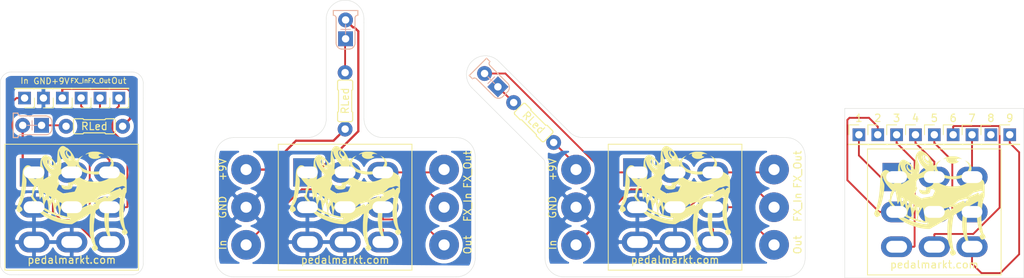
<source format=kicad_pcb>
(kicad_pcb (version 20171130) (host pcbnew "(5.1.5-0-10_14)")
  (layers (0 F.Cu signal) (31 B.Cu signal) (34 B.Paste user) (35 F.Paste user) (36 B.SilkS user) (37 F.SilkS user) (38 B.Mask user) (39 F.Mask user) (44 Edge.Cuts user))
  (net 0 "")
  (net 1 "Net-(D1-Pad2)")
  (net 2 "Net-(D1-Pad1)")
  (net 3 "Net-(H1-Pad1)")
  (net 4 "Net-(H2-Pad1)")
  (net 5 "Net-(H3-Pad1)")
  (net 6 "Net-(H4-Pad1)")
  (net 7 "Net-(H5-Pad1)")
  (net 8 "Net-(H6-Pad1)")
  (net 9 "Net-(D2-Pad2)")
  (net 10 "Net-(D2-Pad1)")
  (net 11 "Net-(H7-Pad1)")
  (net 12 "Net-(H8-Pad1)")
  (net 13 "Net-(H10-Pad1)")
  (net 14 "Net-(H11-Pad1)")
  (net 15 "Net-(H12-Pad1)")
  (net 16 "Net-(H13-Pad1)")
  (net 17 "Net-(H9-Pad1)")
  (net 18 "Net-(D3-Pad2)")
  (net 19 "Net-(D3-Pad1)")
  (net 20 "Net-(H14-Pad1)")
  (net 21 "Net-(H15-Pad1)")
  (net 22 "Net-(H16-Pad1)")
  (net 23 "Net-(H17-Pad1)")
  (net 24 "Net-(H18-Pad1)")
  (net 25 "Net-(H19-Pad1)")
  (net 26 "Net-(H20-Pad1)")
  (net 27 "Net-(H21-Pad1)")
  (net 28 "Net-(H22-Pad1)")
  (net 29 "Net-(H23-Pad1)")
  (net 30 "Net-(H24-Pad1)")
  (net 31 "Net-(H25-Pad1)")
  (net 32 "Net-(H26-Pad1)")
  (net 33 "Net-(H27-Pad1)")
  (module graphics:perry-18mm (layer F.Cu) (at 229.87 62.865)
    (fp_text reference G*** hide)
    (fp_text value LOGO hide)
  )
  (module pedal-component-footprint:3PDT.LUGS.FLPVSK (layer F.Cu) (at 230.505 64.135)
    (fp_text reference SW4 hide)
    (fp_text value SW_Push_3PDT hide)
    (fp_text user pedalmarkt.com (at 0 7.112) (layer F.SilkS))
    (pad 9 thru_hole oval (at 5.08 4.7 180) (size 4.2 2.8) (drill oval 2.8 1.6) (layers *.Cu *.Mask) (net 33 "Net-(H27-Pad1)"))
    (pad 8 thru_hole oval (at 5.08 0 180) (size 4.2 2.8) (drill oval 2.8 1.6) (layers *.Cu *.Mask) (net 27 "Net-(H21-Pad1)"))
    (pad 7 thru_hole oval (at 5.08 -4.7 180) (size 4.2 2.8) (drill oval 2.8 1.6) (layers *.Cu *.Mask) (net 32 "Net-(H26-Pad1)"))
    (pad 6 thru_hole oval (at 0 4.7 180) (size 4.2 2.8) (drill oval 2.8 1.6) (layers *.Cu *.Mask) (net 31 "Net-(H25-Pad1)"))
    (pad 5 thru_hole oval (at 0 0 180) (size 4.2 2.8) (drill oval 2.8 1.6) (layers *.Cu *.Mask) (net 26 "Net-(H20-Pad1)"))
    (pad 4 thru_hole oval (at 0 -4.7 180) (size 4.2 2.8) (drill oval 2.8 1.6) (layers *.Cu *.Mask) (net 30 "Net-(H24-Pad1)"))
    (pad 3 thru_hole oval (at -5.08 4.7 180) (size 4.2 2.8) (drill oval 2.8 1.6) (layers *.Cu *.Mask) (net 29 "Net-(H23-Pad1)"))
    (pad 2 thru_hole oval (at -5.08 0 180) (size 4.2 2.8) (drill oval 2.8 1.6) (layers *.Cu *.Mask) (net 25 "Net-(H19-Pad1)"))
    (pad 1 thru_hole rect (at -5.08 -4.7 180) (size 3.816 3.816) (drill oval 2.8 1.6) (layers *.Cu *.Mask) (net 28 "Net-(H22-Pad1)"))
  )
  (module pedal-component-footprint:3PDT.LUGS.FLPVSK (layer F.Cu) (at 195.58 63.5)
    (fp_text reference SW3 hide)
    (fp_text value SW_Push_3PDT hide)
    (fp_text user pedalmarkt.com (at 0 7.112) (layer F.SilkS))
    (pad 9 thru_hole oval (at 5.08 4.7 180) (size 4.2 2.8) (drill oval 2.8 1.6) (layers *.Cu *.Mask) (net 16 "Net-(H13-Pad1)"))
    (pad 8 thru_hole oval (at 5.08 0 180) (size 4.2 2.8) (drill oval 2.8 1.6) (layers *.Cu *.Mask) (net 20 "Net-(H14-Pad1)"))
    (pad 7 thru_hole oval (at 5.08 -4.7 180) (size 4.2 2.8) (drill oval 2.8 1.6) (layers *.Cu *.Mask) (net 24 "Net-(H18-Pad1)"))
    (pad 6 thru_hole oval (at 0 4.7 180) (size 4.2 2.8) (drill oval 2.8 1.6) (layers *.Cu *.Mask) (net 21 "Net-(H15-Pad1)"))
    (pad 5 thru_hole oval (at 0 0 180) (size 4.2 2.8) (drill oval 2.8 1.6) (layers *.Cu *.Mask) (net 23 "Net-(H17-Pad1)"))
    (pad 4 thru_hole oval (at 0 -4.7 180) (size 4.2 2.8) (drill oval 2.8 1.6) (layers *.Cu *.Mask) (net 16 "Net-(H13-Pad1)"))
    (pad 3 thru_hole oval (at -5.08 4.7 180) (size 4.2 2.8) (drill oval 2.8 1.6) (layers *.Cu *.Mask) (net 21 "Net-(H15-Pad1)"))
    (pad 2 thru_hole oval (at -5.08 0 180) (size 4.2 2.8) (drill oval 2.8 1.6) (layers *.Cu *.Mask) (net 21 "Net-(H15-Pad1)"))
    (pad 1 thru_hole rect (at -5.08 -4.7 180) (size 3.816 3.816) (drill oval 2.8 1.6) (layers *.Cu *.Mask) (net 19 "Net-(D3-Pad1)"))
  )
  (module graphics:perry-18mm (layer F.Cu) (at 195.58 62.23)
    (fp_text reference G*** hide)
    (fp_text value LOGO hide)
  )
  (module graphics:perry-18mm (layer F.Cu) (at 151.13 62.23)
    (fp_text reference G*** hide)
    (fp_text value LOGO hide)
  )
  (module graphics:perry-18mm (layer F.Cu) (at 114.3 62.23)
    (fp_text reference G*** hide)
    (fp_text value LOGO hide)
  )
  (module pedal-component-footprint:3PDT.LUGS.FLPVSK (layer F.Cu) (at 114.3 63.5)
    (fp_text reference SW1 hide)
    (fp_text value SW_Push_3PDT hide)
    (fp_text user pedalmarkt.com (at 0 7.112) (layer F.SilkS))
    (pad 9 thru_hole oval (at 5.08 4.7 180) (size 4.2 2.8) (drill oval 2.8 1.6) (layers *.Cu *.Mask) (net 3 "Net-(H1-Pad1)"))
    (pad 8 thru_hole oval (at 5.08 0 180) (size 4.2 2.8) (drill oval 2.8 1.6) (layers *.Cu *.Mask) (net 4 "Net-(H2-Pad1)"))
    (pad 7 thru_hole oval (at 5.08 -4.7 180) (size 4.2 2.8) (drill oval 2.8 1.6) (layers *.Cu *.Mask) (net 8 "Net-(H6-Pad1)"))
    (pad 6 thru_hole oval (at 0 4.7 180) (size 4.2 2.8) (drill oval 2.8 1.6) (layers *.Cu *.Mask) (net 5 "Net-(H3-Pad1)"))
    (pad 5 thru_hole oval (at 0 0 180) (size 4.2 2.8) (drill oval 2.8 1.6) (layers *.Cu *.Mask) (net 7 "Net-(H5-Pad1)"))
    (pad 4 thru_hole oval (at 0 -4.7 180) (size 4.2 2.8) (drill oval 2.8 1.6) (layers *.Cu *.Mask) (net 3 "Net-(H1-Pad1)"))
    (pad 3 thru_hole oval (at -5.08 4.7 180) (size 4.2 2.8) (drill oval 2.8 1.6) (layers *.Cu *.Mask) (net 5 "Net-(H3-Pad1)"))
    (pad 2 thru_hole oval (at -5.08 0 180) (size 4.2 2.8) (drill oval 2.8 1.6) (layers *.Cu *.Mask) (net 5 "Net-(H3-Pad1)"))
    (pad 1 thru_hole rect (at -5.08 -4.7 180) (size 3.816 3.816) (drill oval 2.8 1.6) (layers *.Cu *.Mask) (net 2 "Net-(D1-Pad1)"))
  )
  (module pedal-component-footprint:3PDT.LUGS.FLPVSK (layer F.Cu) (at 151.13 63.5)
    (fp_text reference SW2 hide)
    (fp_text value SW_Push_3PDT hide)
    (fp_text user pedalmarkt.com (at 0 7.112) (layer F.SilkS))
    (pad 9 thru_hole oval (at 5.08 4.7 180) (size 4.2 2.8) (drill oval 2.8 1.6) (layers *.Cu *.Mask) (net 11 "Net-(H7-Pad1)"))
    (pad 8 thru_hole oval (at 5.08 0 180) (size 4.2 2.8) (drill oval 2.8 1.6) (layers *.Cu *.Mask) (net 12 "Net-(H8-Pad1)"))
    (pad 7 thru_hole oval (at 5.08 -4.7 180) (size 4.2 2.8) (drill oval 2.8 1.6) (layers *.Cu *.Mask) (net 15 "Net-(H12-Pad1)"))
    (pad 6 thru_hole oval (at 0 4.7 180) (size 4.2 2.8) (drill oval 2.8 1.6) (layers *.Cu *.Mask) (net 17 "Net-(H9-Pad1)"))
    (pad 5 thru_hole oval (at 0 0 180) (size 4.2 2.8) (drill oval 2.8 1.6) (layers *.Cu *.Mask) (net 14 "Net-(H11-Pad1)"))
    (pad 4 thru_hole oval (at 0 -4.7 180) (size 4.2 2.8) (drill oval 2.8 1.6) (layers *.Cu *.Mask) (net 11 "Net-(H7-Pad1)"))
    (pad 3 thru_hole oval (at -5.08 4.7 180) (size 4.2 2.8) (drill oval 2.8 1.6) (layers *.Cu *.Mask) (net 17 "Net-(H9-Pad1)"))
    (pad 2 thru_hole oval (at -5.08 0 180) (size 4.2 2.8) (drill oval 2.8 1.6) (layers *.Cu *.Mask) (net 17 "Net-(H9-Pad1)"))
    (pad 1 thru_hole rect (at -5.08 -4.7 180) (size 3.816 3.816) (drill oval 2.8 1.6) (layers *.Cu *.Mask) (net 10 "Net-(D2-Pad1)"))
  )
  (module "MBv3 diodes:3MM_1" (layer F.Cu) (at 108.966 52.451 180)
    (fp_text reference D1 hide)
    (fp_text value LED hide)
    (pad 2 thru_hole rect (at -1.27 0 180) (size 2 2) (drill 1) (layers *.Cu *.Mask) (net 1 "Net-(D1-Pad2)"))
    (pad 1 thru_hole oval (at 1.27 0 180) (size 2 2) (drill 1) (layers *.Cu *.Mask) (net 2 "Net-(D1-Pad1)"))
  )
  (module "MBv3 resistors:0.3_22.B" (layer F.Cu) (at 117.348 52.578)
    (fp_text reference R1 hide)
    (fp_text value RLed (at 0 0) (layer F.SilkS))
    (pad 1 thru_hole oval (at -3.81 0) (size 2 2) (drill 1) (layers *.Cu *.Mask) (net 1 "Net-(D1-Pad2)"))
    (pad 2 thru_hole oval (at 3.81 0) (size 2 2) (drill 1) (layers *.Cu *.Mask) (net 6 "Net-(H4-Pad1)"))
  )
  (module Connector_PinHeader_2.54mm:PinHeader_1x01_P2.54mm_Vertical (layer F.Cu) (at 107.95 48.768 180)
    (fp_text reference H1 hide)
    (fp_text value In (at 0 2.33) (layer F.SilkS) (effects (font (size 0.8 0.8) (thickness 0.12))))
    (pad 1 thru_hole rect (at 0 0 180) (size 1.7 1.7) (drill 1) (layers *.Cu *.Mask) (net 3 "Net-(H1-Pad1)"))
  )
  (module Connector_PinHeader_2.54mm:PinHeader_1x01_P2.54mm_Vertical (layer F.Cu) (at 120.65 48.768 180)
    (fp_text reference H2 hide)
    (fp_text value Out (at 0 2.33) (layer F.SilkS) (effects (font (size 0.8 0.8) (thickness 0.12))))
    (pad 1 thru_hole rect (at 0 0 180) (size 1.7 1.7) (drill 1) (layers *.Cu *.Mask) (net 4 "Net-(H2-Pad1)"))
  )
  (module Connector_PinHeader_2.54mm:PinHeader_1x01_P2.54mm_Vertical (layer F.Cu) (at 110.49 48.768 180)
    (fp_text reference H3 hide)
    (fp_text value GND (at 0.127 2.286) (layer F.SilkS) (effects (font (size 0.8 0.8) (thickness 0.12))))
    (pad 1 thru_hole rect (at 0 0 180) (size 1.7 1.7) (drill 1) (layers *.Cu *.Mask) (net 5 "Net-(H3-Pad1)"))
  )
  (module Connector_PinHeader_2.54mm:PinHeader_1x01_P2.54mm_Vertical (layer F.Cu) (at 113.03 48.768 180)
    (fp_text reference H4 hide)
    (fp_text value +9V (at 0.254 2.286) (layer F.SilkS) (effects (font (size 0.8 0.8) (thickness 0.12))))
    (pad 1 thru_hole rect (at 0 0 180) (size 1.7 1.7) (drill 1) (layers *.Cu *.Mask) (net 6 "Net-(H4-Pad1)"))
  )
  (module Connector_PinHeader_2.54mm:PinHeader_1x01_P2.54mm_Vertical (layer F.Cu) (at 115.57 48.768 180)
    (fp_text reference H5 hide)
    (fp_text value FX_In (at 0.254 2.33) (layer F.SilkS) (effects (font (size 0.6 0.6) (thickness 0.12))))
    (pad 1 thru_hole rect (at 0 0 180) (size 1.7 1.7) (drill 1) (layers *.Cu *.Mask) (net 7 "Net-(H5-Pad1)"))
  )
  (module Connector_PinHeader_2.54mm:PinHeader_1x01_P2.54mm_Vertical (layer F.Cu) (at 118.11 48.768 180)
    (fp_text reference H6 hide)
    (fp_text value FX_Out (at 0.127 2.33) (layer F.SilkS) (effects (font (size 0.6 0.6) (thickness 0.12))))
    (pad 1 thru_hole rect (at 0 0 180) (size 1.7 1.7) (drill 1) (layers *.Cu *.Mask) (net 8 "Net-(H6-Pad1)"))
  )
  (module "MBv3 diodes:3MM_1" (layer F.Cu) (at 151.1935 39.497 90)
    (fp_text reference D2 hide)
    (fp_text value LED hide)
    (pad 2 thru_hole rect (at -1.27 0 90) (size 2 2) (drill 1) (layers *.Cu *.Mask) (net 9 "Net-(D2-Pad2)"))
    (pad 1 thru_hole oval (at 1.27 0 90) (size 2 2) (drill 1) (layers *.Cu *.Mask) (net 10 "Net-(D2-Pad1)"))
  )
  (module Connector_Wire:SolderWirePad_1x01_Drill1.5mm (layer F.Cu) (at 137.795 68.58 270)
    (fp_text reference H7 hide)
    (fp_text value In (at 0 3.175 90) (layer F.SilkS))
    (pad 1 thru_hole circle (at 0 0 270) (size 4.0005 4.0005) (drill 1.50114) (layers *.Cu *.Mask) (net 11 "Net-(H7-Pad1)"))
  )
  (module Connector_Wire:SolderWirePad_1x01_Drill1.5mm (layer F.Cu) (at 164.465 68.58 90)
    (fp_text reference H8 hide)
    (fp_text value Out (at 0 3.175 90) (layer F.SilkS))
    (pad 1 thru_hole circle (at 0 0 90) (size 4.0005 4.0005) (drill 1.50114) (layers *.Cu *.Mask) (net 12 "Net-(H8-Pad1)"))
  )
  (module Connector_Wire:SolderWirePad_1x01_Drill1.5mm (layer F.Cu) (at 137.795 63.5 270)
    (fp_text reference H9 hide)
    (fp_text value GND (at 0 3.175 90) (layer F.SilkS))
    (pad 1 thru_hole circle (at 0 0 270) (size 4.0005 4.0005) (drill 1.50114) (layers *.Cu *.Mask) (net 17 "Net-(H9-Pad1)"))
  )
  (module Connector_Wire:SolderWirePad_1x01_Drill1.5mm (layer F.Cu) (at 137.795 58.42 270)
    (fp_text reference H10 hide)
    (fp_text value +9V (at 0 3.175 90) (layer F.SilkS))
    (pad 1 thru_hole circle (at 0 0 270) (size 4.0005 4.0005) (drill 1.50114) (layers *.Cu *.Mask) (net 13 "Net-(H10-Pad1)"))
  )
  (module Connector_Wire:SolderWirePad_1x01_Drill1.5mm (layer F.Cu) (at 164.465 63.5 90)
    (fp_text reference H11 hide)
    (fp_text value FX_In (at 0 3.175 90) (layer F.SilkS))
    (pad 1 thru_hole circle (at 0 0 90) (size 4.0005 4.0005) (drill 1.50114) (layers *.Cu *.Mask) (net 14 "Net-(H11-Pad1)"))
  )
  (module Connector_Wire:SolderWirePad_1x01_Drill1.5mm (layer F.Cu) (at 164.465 58.42 90)
    (fp_text reference H12 hide)
    (fp_text value FX_Out (at 0 3.175 90) (layer F.SilkS))
    (pad 1 thru_hole circle (at 0 0 90) (size 4.0005 4.0005) (drill 1.50114) (layers *.Cu *.Mask) (net 15 "Net-(H12-Pad1)"))
  )
  (module "MBv3 resistors:0.3_22.B" (layer F.Cu) (at 151.13 49.149 270)
    (fp_text reference R2 hide)
    (fp_text value RLed (at 0 0 90) (layer F.SilkS))
    (pad 1 thru_hole oval (at -3.81 0 270) (size 2 2) (drill 1) (layers *.Cu *.Mask) (net 9 "Net-(D2-Pad2)"))
    (pad 2 thru_hole oval (at 3.81 0 270) (size 2 2) (drill 1) (layers *.Cu *.Mask) (net 13 "Net-(H10-Pad1)"))
  )
  (module "MBv3 diodes:3MM_1" (layer F.Cu) (at 170.815 46.355 135)
    (fp_text reference D3 hide)
    (fp_text value LED hide)
    (pad 2 thru_hole rect (at -1.27 0 135) (size 2 2) (drill 1) (layers *.Cu *.Mask) (net 18 "Net-(D3-Pad2)"))
    (pad 1 thru_hole oval (at 1.27 0 135) (size 2 2) (drill 1) (layers *.Cu *.Mask) (net 19 "Net-(D3-Pad1)"))
  )
  (module Connector_Wire:SolderWirePad_1x01_Drill1.5mm (layer F.Cu) (at 182.245 68.58 270)
    (fp_text reference H13 hide)
    (fp_text value In (at 0 3.175 90) (layer F.SilkS))
    (pad 1 thru_hole circle (at 0 0 270) (size 4.0005 4.0005) (drill 1.50114) (layers *.Cu *.Mask) (net 16 "Net-(H13-Pad1)"))
  )
  (module Connector_Wire:SolderWirePad_1x01_Drill1.5mm (layer F.Cu) (at 208.915 68.58 90)
    (fp_text reference H14 hide)
    (fp_text value Out (at 0 3.175 90) (layer F.SilkS))
    (pad 1 thru_hole circle (at 0 0 90) (size 4.0005 4.0005) (drill 1.50114) (layers *.Cu *.Mask) (net 20 "Net-(H14-Pad1)"))
  )
  (module Connector_Wire:SolderWirePad_1x01_Drill1.5mm (layer F.Cu) (at 182.245 63.5 270)
    (fp_text reference H15 hide)
    (fp_text value GND (at 0 3.175 90) (layer F.SilkS))
    (pad 1 thru_hole circle (at 0 0 270) (size 4.0005 4.0005) (drill 1.50114) (layers *.Cu *.Mask) (net 21 "Net-(H15-Pad1)"))
  )
  (module Connector_Wire:SolderWirePad_1x01_Drill1.5mm (layer F.Cu) (at 182.245 58.42 270)
    (fp_text reference H16 hide)
    (fp_text value +9V (at 0 3.175 90) (layer F.SilkS))
    (pad 1 thru_hole circle (at 0 0 270) (size 4.0005 4.0005) (drill 1.50114) (layers *.Cu *.Mask) (net 22 "Net-(H16-Pad1)"))
  )
  (module Connector_Wire:SolderWirePad_1x01_Drill1.5mm (layer F.Cu) (at 208.915 63.5 90)
    (fp_text reference H17 hide)
    (fp_text value FX_In (at 0 3.175 90) (layer F.SilkS))
    (pad 1 thru_hole circle (at 0 0 90) (size 4.0005 4.0005) (drill 1.50114) (layers *.Cu *.Mask) (net 23 "Net-(H17-Pad1)"))
  )
  (module Connector_Wire:SolderWirePad_1x01_Drill1.5mm (layer F.Cu) (at 208.915 58.42 90)
    (fp_text reference H18 hide)
    (fp_text value FX_Out (at 0 3.175 90) (layer F.SilkS))
    (pad 1 thru_hole circle (at 0 0 90) (size 4.0005 4.0005) (drill 1.50114) (layers *.Cu *.Mask) (net 24 "Net-(H18-Pad1)"))
  )
  (module Connector_PinHeader_2.54mm:PinHeader_1x01_P2.54mm_Vertical (layer F.Cu) (at 222.885 53.721)
    (fp_text reference H19 hide)
    (fp_text value 2 (at 0 -2.242) (layer F.SilkS))
    (pad 1 thru_hole rect (at 0 0) (size 1.7 1.7) (drill 1) (layers *.Cu *.Mask) (net 25 "Net-(H19-Pad1)"))
  )
  (module Connector_PinHeader_2.54mm:PinHeader_1x01_P2.54mm_Vertical (layer F.Cu) (at 230.505 53.721)
    (fp_text reference H20 hide)
    (fp_text value 5 (at 0 -2.242) (layer F.SilkS))
    (pad 1 thru_hole rect (at 0 0) (size 1.7 1.7) (drill 1) (layers *.Cu *.Mask) (net 26 "Net-(H20-Pad1)"))
  )
  (module Connector_PinHeader_2.54mm:PinHeader_1x01_P2.54mm_Vertical (layer F.Cu) (at 238.125 53.721)
    (fp_text reference H21 hide)
    (fp_text value 8 (at 0 -2.242) (layer F.SilkS))
    (pad 1 thru_hole rect (at 0 0) (size 1.7 1.7) (drill 1) (layers *.Cu *.Mask) (net 27 "Net-(H21-Pad1)"))
  )
  (module Connector_PinHeader_2.54mm:PinHeader_1x01_P2.54mm_Vertical (layer F.Cu) (at 220.345 53.721)
    (fp_text reference H22 hide)
    (fp_text value 1 (at 0 -2.242) (layer F.SilkS))
    (pad 1 thru_hole rect (at 0 0) (size 1.7 1.7) (drill 1) (layers *.Cu *.Mask) (net 28 "Net-(H22-Pad1)"))
  )
  (module Connector_PinHeader_2.54mm:PinHeader_1x01_P2.54mm_Vertical (layer F.Cu) (at 225.425 53.721)
    (fp_text reference H23 hide)
    (fp_text value 3 (at 0 -2.242) (layer F.SilkS))
    (pad 1 thru_hole rect (at 0 0) (size 1.7 1.7) (drill 1) (layers *.Cu *.Mask) (net 29 "Net-(H23-Pad1)"))
  )
  (module Connector_PinHeader_2.54mm:PinHeader_1x01_P2.54mm_Vertical (layer F.Cu) (at 227.965 53.721)
    (fp_text reference H24 hide)
    (fp_text value 4 (at 0 -2.242) (layer F.SilkS))
    (pad 1 thru_hole rect (at 0 0) (size 1.7 1.7) (drill 1) (layers *.Cu *.Mask) (net 30 "Net-(H24-Pad1)"))
  )
  (module Connector_PinHeader_2.54mm:PinHeader_1x01_P2.54mm_Vertical (layer F.Cu) (at 233.045 53.721)
    (fp_text reference H25 hide)
    (fp_text value 6 (at 0 -2.242) (layer F.SilkS))
    (pad 1 thru_hole rect (at 0 0) (size 1.7 1.7) (drill 1) (layers *.Cu *.Mask) (net 31 "Net-(H25-Pad1)"))
  )
  (module Connector_PinHeader_2.54mm:PinHeader_1x01_P2.54mm_Vertical (layer F.Cu) (at 235.585 53.721)
    (fp_text reference H26 hide)
    (fp_text value 7 (at 0 -2.242) (layer F.SilkS))
    (pad 1 thru_hole rect (at 0 0) (size 1.7 1.7) (drill 1) (layers *.Cu *.Mask) (net 32 "Net-(H26-Pad1)"))
  )
  (module Connector_PinHeader_2.54mm:PinHeader_1x01_P2.54mm_Vertical (layer F.Cu) (at 240.665 53.721)
    (fp_text reference H27 hide)
    (fp_text value 9 (at 0 -2.242) (layer F.SilkS))
    (pad 1 thru_hole rect (at 0 0) (size 1.7 1.7) (drill 1) (layers *.Cu *.Mask) (net 33 "Net-(H27-Pad1)"))
  )
  (module "MBv3 resistors:0.3_22.B" (layer F.Cu) (at 176.53 52.07 315)
    (fp_text reference R3 hide)
    (fp_text value RLed (at 0 0 135) (layer F.SilkS))
    (pad 1 thru_hole oval (at -3.81 0 315) (size 2 2) (drill 1) (layers *.Cu *.Mask) (net 18 "Net-(D3-Pad2)"))
    (pad 2 thru_hole oval (at 3.81 0 315) (size 2 2) (drill 1) (layers *.Cu *.Mask) (net 22 "Net-(H16-Pad1)"))
  )
  (gr_line (start 242.57 50.165) (end 218.44 50.165) (layer Edge.Cuts) (width 0.05))
  (gr_line (start 242.57 73.025) (end 242.57 50.165) (layer Edge.Cuts) (width 0.05))
  (gr_line (start 218.44 73.025) (end 242.57 73.025) (layer Edge.Cuts) (width 0.05))
  (gr_line (start 218.44 50.165) (end 218.44 73.025) (layer Edge.Cuts) (width 0.05))
  (gr_line (start 190.5 54.102) (end 201.93 54.102) (layer Edge.Cuts) (width 0.05))
  (gr_arc (start 183.134 51.6255) (end 181.356001 53.339999) (angle -46.04162668) (layer Edge.Cuts) (width 0.05))
  (gr_arc (start 177.292 57.531) (end 178.054 57.531) (angle -54.06445072) (layer Edge.Cuts) (width 0.05))
  (gr_line (start 180.594 72.898) (end 210.566 72.898) (layer Edge.Cuts) (width 0.05))
  (gr_line (start 213.106 70.358) (end 213.106 56.642) (layer Edge.Cuts) (width 0.05))
  (gr_line (start 210.566 54.102) (end 201.93 54.102) (layer Edge.Cuts) (width 0.05))
  (gr_line (start 178.054 57.531) (end 178.054 70.358) (layer Edge.Cuts) (width 0.05))
  (gr_arc (start 180.594 70.358) (end 178.054 70.358) (angle -90) (layer Edge.Cuts) (width 0.05))
  (gr_arc (start 210.566 70.358) (end 210.566 72.898) (angle -90) (layer Edge.Cuts) (width 0.05))
  (gr_arc (start 210.566 56.642) (end 213.106 56.642) (angle -90) (layer Edge.Cuts) (width 0.05))
  (gr_arc (start 170.015957 45.599207) (end 171.812009 43.803156) (angle -180) (layer Edge.Cuts) (width 0.05))
  (gr_line (start 181.356 53.34) (end 172.171219 44.162366) (layer Edge.Cuts) (width 0.05))
  (gr_line (start 168.579116 47.754469) (end 177.738978 56.91433) (layer Edge.Cuts) (width 0.05))
  (gr_line (start 190.5 54.102) (end 183.134 54.102) (layer Edge.Cuts) (width 0.05))
  (gr_line (start 168.579116 47.754469) (end 168.219906 47.395258) (layer Edge.Cuts) (width 0.05))
  (gr_line (start 172.171219 44.162366) (end 171.812009 43.803156) (layer Edge.Cuts) (width 0.05))
  (gr_line (start 123.936 46.768) (end 123.936 48.768) (layer Edge.Cuts) (width 0.05))
  (gr_line (start 121.412 45.244) (end 122.412 45.244) (layer Edge.Cuts) (width 0.05))
  (gr_line (start 106.188 45.244) (end 107.188 45.244) (layer Edge.Cuts) (width 0.05))
  (gr_line (start 104.664 48.768) (end 104.664 46.768) (layer Edge.Cuts) (width 0.05))
  (gr_line (start 104.664 71.104) (end 104.664 70.104) (layer Edge.Cuts) (width 0.05))
  (gr_line (start 106.188 72.628) (end 107.188 72.628) (layer Edge.Cuts) (width 0.05))
  (gr_line (start 123.936 71.104) (end 123.936 70.104) (layer Edge.Cuts) (width 0.05))
  (gr_line (start 121.412 72.628) (end 122.412 72.628) (layer Edge.Cuts) (width 0.05))
  (gr_line (start 121.412 72.628) (end 107.188 72.628) (layer Edge.Cuts) (width 0.05))
  (gr_line (start 123.936 48.768) (end 123.936 70.104) (layer Edge.Cuts) (width 0.05))
  (gr_line (start 107.188 45.244) (end 121.412 45.244) (layer Edge.Cuts) (width 0.05))
  (gr_line (start 104.664 70.104) (end 104.664 48.768) (layer Edge.Cuts) (width 0.05))
  (gr_arc (start 106.188 71.104) (end 104.664 71.104) (angle -90) (layer Edge.Cuts) (width 0.05))
  (gr_arc (start 122.412 71.104) (end 122.412 72.628) (angle -90) (layer Edge.Cuts) (width 0.05))
  (gr_arc (start 122.412 46.768) (end 123.936 46.768) (angle -90) (layer Edge.Cuts) (width 0.05))
  (gr_arc (start 106.188 46.768) (end 106.188 45.244) (angle -90) (layer Edge.Cuts) (width 0.05))
  (gr_line (start 153.67 38.608) (end 153.67 38.1) (layer Edge.Cuts) (width 0.05))
  (gr_line (start 148.59 38.608) (end 148.59 38.1) (layer Edge.Cuts) (width 0.05))
  (gr_line (start 146.05 54.102) (end 136.144 54.102) (layer Edge.Cuts) (width 0.05))
  (gr_line (start 157.48 54.102) (end 156.21 54.102) (layer Edge.Cuts) (width 0.05))
  (gr_line (start 148.59 38.608) (end 148.59 51.562) (layer Edge.Cuts) (width 0.05))
  (gr_arc (start 146.05 51.562) (end 146.05 54.102) (angle -90) (layer Edge.Cuts) (width 0.05))
  (gr_arc (start 156.21 51.562) (end 153.67 51.562) (angle -90) (layer Edge.Cuts) (width 0.05))
  (gr_line (start 153.67 51.562) (end 153.67 38.608) (layer Edge.Cuts) (width 0.05))
  (gr_arc (start 136.144 56.642) (end 136.144 54.102) (angle -90) (layer Edge.Cuts) (width 0.05))
  (gr_arc (start 151.13 38.1) (end 153.67 38.1) (angle -180) (layer Edge.Cuts) (width 0.05))
  (gr_arc (start 166.116 56.642) (end 168.656 56.642) (angle -90) (layer Edge.Cuts) (width 0.05))
  (gr_arc (start 166.116 70.358) (end 166.116 72.898) (angle -90) (layer Edge.Cuts) (width 0.05))
  (gr_arc (start 136.144 70.358) (end 133.604 70.358) (angle -90) (layer Edge.Cuts) (width 0.05))
  (gr_line (start 133.604 56.642) (end 133.604 70.358) (layer Edge.Cuts) (width 0.05))
  (gr_line (start 166.116 54.102) (end 157.48 54.102) (layer Edge.Cuts) (width 0.05))
  (gr_line (start 168.656 70.358) (end 168.656 56.642) (layer Edge.Cuts) (width 0.05))
  (gr_line (start 136.144 72.898) (end 166.116 72.898) (layer Edge.Cuts) (width 0.05))
  (segment (start 113.411 52.451) (end 113.538 52.578) (width 0.25) (layer F.Cu) (net 1))
  (segment (start 110.236 52.451) (end 113.411 52.451) (width 0.25) (layer F.Cu) (net 1))
  (segment (start 107.696 57.276) (end 109.22 58.8) (width 0.3) (layer F.Cu) (net 2))
  (segment (start 107.696 52.451) (end 107.696 57.276) (width 0.3) (layer F.Cu) (net 2))
  (segment (start 113.666999 61.083001) (end 114.3 60.45) (width 0.25) (layer F.Cu) (net 3))
  (segment (start 114.3 60.45) (end 114.3 58.8) (width 0.25) (layer F.Cu) (net 3))
  (segment (start 117.510243 68.2) (end 114.535253 65.22501) (width 0.25) (layer F.Cu) (net 3))
  (segment (start 119.38 68.2) (end 117.510243 68.2) (width 0.25) (layer F.Cu) (net 3))
  (segment (start 111.76 60.96) (end 113.666999 61.083001) (width 0.25) (layer F.Cu) (net 3))
  (segment (start 112.885478 65.22501) (end 111.76 64.099532) (width 0.25) (layer F.Cu) (net 3))
  (segment (start 114.535253 65.22501) (end 112.885478 65.22501) (width 0.25) (layer F.Cu) (net 3))
  (segment (start 106.426 61.468) (end 111.76 61.468) (width 0.25) (layer F.Cu) (net 3))
  (segment (start 106.320999 61.362999) (end 106.426 61.468) (width 0.25) (layer F.Cu) (net 3))
  (segment (start 107.95 48.768) (end 106.85 48.768) (width 0.25) (layer F.Cu) (net 3))
  (segment (start 111.76 61.468) (end 111.76 60.96) (width 0.25) (layer F.Cu) (net 3))
  (segment (start 106.320999 49.297001) (end 106.320999 61.362999) (width 0.25) (layer F.Cu) (net 3))
  (segment (start 106.85 48.768) (end 106.320999 49.297001) (width 0.25) (layer F.Cu) (net 3))
  (segment (start 111.76 64.099532) (end 111.76 61.468) (width 0.25) (layer F.Cu) (net 3))
  (segment (start 119.782999 50.735001) (end 120.65 49.868) (width 0.25) (layer F.Cu) (net 4))
  (segment (start 119.782999 53.238001) (end 119.782999 50.735001) (width 0.25) (layer F.Cu) (net 4))
  (segment (start 121.80501 55.260012) (end 119.782999 53.238001) (width 0.25) (layer F.Cu) (net 4))
  (segment (start 120.65 49.868) (end 120.65 48.768) (width 0.25) (layer F.Cu) (net 4))
  (segment (start 121.80501 63.42499) (end 121.80501 55.260012) (width 0.25) (layer F.Cu) (net 4))
  (segment (start 121.73 63.5) (end 121.80501 63.42499) (width 0.25) (layer F.Cu) (net 4))
  (segment (start 119.38 63.5) (end 121.73 63.5) (width 0.25) (layer F.Cu) (net 4))
  (segment (start 122.157999 51.578001) (end 121.158 52.578) (width 0.3) (layer F.Cu) (net 6))
  (segment (start 122.157999 47.855997) (end 122.157999 51.578001) (width 0.3) (layer F.Cu) (net 6))
  (segment (start 121.820001 47.517999) (end 122.157999 47.855997) (width 0.3) (layer F.Cu) (net 6))
  (segment (start 113.130001 47.517999) (end 121.820001 47.517999) (width 0.3) (layer F.Cu) (net 6))
  (segment (start 113.03 47.618) (end 113.130001 47.517999) (width 0.3) (layer F.Cu) (net 6))
  (segment (start 113.03 48.768) (end 113.03 47.618) (width 0.3) (layer F.Cu) (net 6))
  (segment (start 116.72501 63.42499) (end 116.65 63.5) (width 0.25) (layer F.Cu) (net 7))
  (segment (start 116.65 63.5) (end 114.3 63.5) (width 0.25) (layer F.Cu) (net 7))
  (segment (start 116.72501 51.02301) (end 116.72501 63.42499) (width 0.25) (layer F.Cu) (net 7))
  (segment (start 115.57 49.868) (end 116.72501 51.02301) (width 0.25) (layer F.Cu) (net 7))
  (segment (start 115.57 48.768) (end 115.57 49.868) (width 0.25) (layer F.Cu) (net 7))
  (segment (start 118.11 55.88) (end 118.11 49.868) (width 0.25) (layer F.Cu) (net 8))
  (segment (start 119.38 57.15) (end 118.11 55.88) (width 0.25) (layer F.Cu) (net 8))
  (segment (start 118.11 49.868) (end 118.11 48.768) (width 0.25) (layer F.Cu) (net 8))
  (segment (start 119.38 58.8) (end 119.38 57.15) (width 0.25) (layer F.Cu) (net 8))
  (segment (start 151.13 40.8305) (end 151.1935 40.767) (width 0.25) (layer F.Cu) (net 9))
  (segment (start 151.13 45.339) (end 151.13 40.8305) (width 0.25) (layer F.Cu) (net 9))
  (segment (start 152.373501 39.226999) (end 152.908 39.761498) (width 0.3) (layer F.Cu) (net 10))
  (segment (start 152.193499 39.226999) (end 152.373501 39.226999) (width 0.3) (layer F.Cu) (net 10))
  (segment (start 151.1935 38.227) (end 152.193499 39.226999) (width 0.3) (layer F.Cu) (net 10))
  (segment (start 147.361002 58.8) (end 146.05 58.8) (width 0.3) (layer F.Cu) (net 10))
  (segment (start 152.908 53.253002) (end 147.361002 58.8) (width 0.3) (layer F.Cu) (net 10))
  (segment (start 152.908 39.761498) (end 152.908 53.253002) (width 0.3) (layer F.Cu) (net 10))
  (segment (start 151.13 60.45) (end 151.13 58.8) (width 0.25) (layer F.Cu) (net 11))
  (segment (start 150.496999 61.083001) (end 151.13 60.45) (width 0.25) (layer F.Cu) (net 11))
  (segment (start 145.291999 61.083001) (end 150.496999 61.083001) (width 0.25) (layer F.Cu) (net 11))
  (segment (start 155.446 65.786) (end 140.462 65.786) (width 0.25) (layer F.Cu) (net 11))
  (segment (start 156.21 66.55) (end 155.446 65.786) (width 0.25) (layer F.Cu) (net 11))
  (segment (start 156.21 68.2) (end 156.21 66.55) (width 0.25) (layer F.Cu) (net 11))
  (segment (start 140.462 65.786) (end 145.291999 61.083001) (width 0.25) (layer F.Cu) (net 11))
  (segment (start 137.795 68.58) (end 140.462 65.786) (width 0.25) (layer F.Cu) (net 11))
  (segment (start 156.21 63.5) (end 156.21 65.15) (width 0.25) (layer F.Cu) (net 12))
  (segment (start 161.035 65.15) (end 164.465 68.58) (width 0.25) (layer F.Cu) (net 12))
  (segment (start 156.21 65.15) (end 161.035 65.15) (width 0.25) (layer F.Cu) (net 12))
  (segment (start 150.130001 53.958999) (end 151.13 52.959) (width 0.3) (layer F.Cu) (net 13))
  (segment (start 149.56199 54.52701) (end 150.130001 53.958999) (width 0.3) (layer F.Cu) (net 13))
  (segment (start 144.51677 54.52701) (end 149.56199 54.52701) (width 0.3) (layer F.Cu) (net 13))
  (segment (start 140.62378 58.42) (end 144.51677 54.52701) (width 0.3) (layer F.Cu) (net 13))
  (segment (start 137.795 58.42) (end 140.62378 58.42) (width 0.3) (layer F.Cu) (net 13))
  (segment (start 162.464751 61.499751) (end 164.465 63.5) (width 0.25) (layer F.Cu) (net 14))
  (segment (start 153.830249 61.499751) (end 162.464751 61.499751) (width 0.25) (layer F.Cu) (net 14))
  (segment (start 151.83 63.5) (end 153.830249 61.499751) (width 0.25) (layer F.Cu) (net 14))
  (segment (start 151.13 63.5) (end 151.83 63.5) (width 0.25) (layer F.Cu) (net 14))
  (segment (start 164.085 58.8) (end 164.465 58.42) (width 0.25) (layer F.Cu) (net 15))
  (segment (start 156.21 58.8) (end 164.085 58.8) (width 0.25) (layer F.Cu) (net 15))
  (segment (start 195.58 60.5) (end 195.58 58.8) (width 0.3) (layer F.Cu) (net 16))
  (segment (start 194.971999 61.108001) (end 195.58 60.5) (width 0.3) (layer F.Cu) (net 16))
  (segment (start 189.646401 61.108001) (end 194.971999 61.108001) (width 0.3) (layer F.Cu) (net 16))
  (segment (start 184.245249 66.579751) (end 184.245249 66.509153) (width 0.3) (layer F.Cu) (net 16))
  (segment (start 182.245 68.58) (end 184.245249 66.579751) (width 0.3) (layer F.Cu) (net 16))
  (segment (start 184.749701 66.004701) (end 200.164701 66.004701) (width 0.3) (layer F.Cu) (net 16))
  (segment (start 200.66 66.5) (end 200.66 68.2) (width 0.3) (layer F.Cu) (net 16))
  (segment (start 184.245249 66.509153) (end 184.749701 66.004701) (width 0.3) (layer F.Cu) (net 16))
  (segment (start 200.164701 66.004701) (end 200.66 66.5) (width 0.3) (layer F.Cu) (net 16))
  (segment (start 184.749701 66.004701) (end 189.646401 61.108001) (width 0.3) (layer F.Cu) (net 16))
  (segment (start 173.835923 49.375923) (end 171.713026 47.253026) (width 0.25) (layer F.Cu) (net 18))
  (segment (start 188.342 58.8) (end 190.5 58.8) (width 0.25) (layer F.Cu) (net 19))
  (segment (start 186.066372 58.8) (end 188.342 58.8) (width 0.25) (layer F.Cu) (net 19))
  (segment (start 172.723346 45.456974) (end 186.066372 58.8) (width 0.25) (layer F.Cu) (net 19))
  (segment (start 169.916974 45.456974) (end 172.723346 45.456974) (width 0.25) (layer F.Cu) (net 19))
  (segment (start 203.835 63.5) (end 208.915 68.58) (width 0.25) (layer F.Cu) (net 20))
  (segment (start 200.66 63.5) (end 203.835 63.5) (width 0.25) (layer F.Cu) (net 20))
  (segment (start 182.245 57.785) (end 182.245 58.42) (width 0.25) (layer F.Cu) (net 22))
  (segment (start 179.224077 54.764077) (end 182.245 57.785) (width 0.25) (layer F.Cu) (net 22))
  (segment (start 206.914751 61.499751) (end 208.915 63.5) (width 0.25) (layer F.Cu) (net 23))
  (segment (start 197.520468 63.5) (end 199.520717 61.499751) (width 0.25) (layer F.Cu) (net 23))
  (segment (start 199.520717 61.499751) (end 206.914751 61.499751) (width 0.25) (layer F.Cu) (net 23))
  (segment (start 195.58 63.5) (end 197.520468 63.5) (width 0.25) (layer F.Cu) (net 23))
  (segment (start 208.535 58.8) (end 208.915 58.42) (width 0.25) (layer F.Cu) (net 24))
  (segment (start 200.66 58.8) (end 208.535 58.8) (width 0.25) (layer F.Cu) (net 24))
  (segment (start 222.885 52.621) (end 221.699 51.435) (width 0.25) (layer F.Cu) (net 25))
  (segment (start 222.885 53.721) (end 222.885 52.621) (width 0.25) (layer F.Cu) (net 25))
  (segment (start 219.075 51.435) (end 218.79001 51.71999) (width 0.25) (layer F.Cu) (net 25))
  (segment (start 221.699 51.435) (end 219.075 51.435) (width 0.25) (layer F.Cu) (net 25))
  (segment (start 223.075 64.135) (end 225.425 64.135) (width 0.25) (layer F.Cu) (net 25))
  (segment (start 218.79001 59.85001) (end 223.075 64.135) (width 0.25) (layer F.Cu) (net 25))
  (segment (start 218.79001 51.71999) (end 218.79001 59.85001) (width 0.25) (layer F.Cu) (net 25))
  (segment (start 232.855 64.135) (end 230.505 64.135) (width 0.25) (layer F.Cu) (net 26))
  (segment (start 232.93001 57.24601) (end 232.93001 64.05999) (width 0.25) (layer F.Cu) (net 26))
  (segment (start 230.505 54.821) (end 232.93001 57.24601) (width 0.25) (layer F.Cu) (net 26))
  (segment (start 232.93001 64.05999) (end 232.855 64.135) (width 0.25) (layer F.Cu) (net 26))
  (segment (start 230.505 53.721) (end 230.505 54.821) (width 0.25) (layer F.Cu) (net 26))
  (segment (start 223.267 59.435) (end 225.425 59.435) (width 0.25) (layer F.Cu) (net 28))
  (segment (start 220.345 56.513) (end 223.267 59.435) (width 0.25) (layer F.Cu) (net 28))
  (segment (start 220.345 53.721) (end 220.345 56.513) (width 0.25) (layer F.Cu) (net 28))
  (segment (start 227.85001 68.75999) (end 227.775 68.835) (width 0.25) (layer F.Cu) (net 29))
  (segment (start 227.85001 57.24601) (end 227.85001 68.75999) (width 0.25) (layer F.Cu) (net 29))
  (segment (start 225.425 54.821) (end 227.85001 57.24601) (width 0.25) (layer F.Cu) (net 29))
  (segment (start 227.775 68.835) (end 225.425 68.835) (width 0.25) (layer F.Cu) (net 29))
  (segment (start 225.425 53.721) (end 225.425 54.821) (width 0.25) (layer F.Cu) (net 29))
  (segment (start 230.505 57.361) (end 230.505 57.785) (width 0.25) (layer F.Cu) (net 30))
  (segment (start 227.965 54.821) (end 230.505 57.361) (width 0.25) (layer F.Cu) (net 30))
  (segment (start 230.505 57.785) (end 230.505 59.435) (width 0.25) (layer F.Cu) (net 30))
  (segment (start 227.965 53.721) (end 227.965 54.821) (width 0.25) (layer F.Cu) (net 30))
  (segment (start 230.505 67.185) (end 230.505 68.835) (width 0.25) (layer F.Cu) (net 31))
  (segment (start 235.749542 67.10999) (end 230.58001 67.10999) (width 0.25) (layer F.Cu) (net 31))
  (segment (start 239.300001 63.559531) (end 235.749542 67.10999) (width 0.25) (layer F.Cu) (net 31))
  (segment (start 239.235001 52.545999) (end 239.300001 52.610999) (width 0.25) (layer F.Cu) (net 31))
  (segment (start 233.120001 52.545999) (end 239.235001 52.545999) (width 0.25) (layer F.Cu) (net 31))
  (segment (start 230.58001 67.10999) (end 230.505 67.185) (width 0.25) (layer F.Cu) (net 31))
  (segment (start 239.300001 52.610999) (end 239.300001 63.559531) (width 0.25) (layer F.Cu) (net 31))
  (segment (start 233.045 52.621) (end 233.120001 52.545999) (width 0.25) (layer F.Cu) (net 31))
  (segment (start 233.045 53.721) (end 233.045 52.621) (width 0.25) (layer F.Cu) (net 31))
  (segment (start 235.585 53.721) (end 235.585 59.435) (width 0.25) (layer F.Cu) (net 32))
  (segment (start 240.665 54.821) (end 241.935 56.091) (width 0.25) (layer F.Cu) (net 33))
  (segment (start 240.665 53.721) (end 240.665 54.821) (width 0.25) (layer F.Cu) (net 33))
  (segment (start 241.935 69.85) (end 239.395 72.39) (width 0.25) (layer F.Cu) (net 33))
  (segment (start 241.935 56.091) (end 241.935 69.85) (width 0.25) (layer F.Cu) (net 33))
  (segment (start 239.395 72.39) (end 236.855 72.39) (width 0.25) (layer F.Cu) (net 33))
  (segment (start 235.585 71.12) (end 235.585 68.835) (width 0.25) (layer F.Cu) (net 33))
  (segment (start 236.855 72.39) (end 235.585 71.12) (width 0.25) (layer F.Cu) (net 33))
  (zone (net 5) (net_name "Net-(H3-Pad1)") (layer B.Cu) (connect_pads (clearance 0.508)) (min_thickness 0.254) (fill yes (arc_segments 32) (thermal_gap 0.508) (thermal_bridge_width 0.508))
    (polygon (pts (xy 123.19 71.755) (xy 105.41 71.755) (xy 105.41 45.72) (xy 123.19 45.72)))
  )
  (zone (net 17) (net_name "Net-(H9-Pad1)") (layer B.Cu) (connect_pads (clearance 0.508)) (min_thickness 0.254) (fill yes (arc_segments 32) (thermal_gap 0.508) (thermal_bridge_width 0.508))
    (polygon (pts (xy 168.402 71.374) (xy 133.858 71.12) (xy 133.858 55.88) (xy 168.402 55.88)))
  )
  (zone (net 21) (net_name "Net-(H15-Pad1)") (layer B.Cu) (connect_pads (clearance 0.508)) (min_thickness 0.254) (fill yes (arc_segments 32) (thermal_gap 0.508) (thermal_bridge_width 0.508))
    (polygon (pts (xy 212.725 71.12) (xy 178.435 71.12) (xy 178.435 55.88) (xy 212.725 55.88)))
  )
)
</source>
